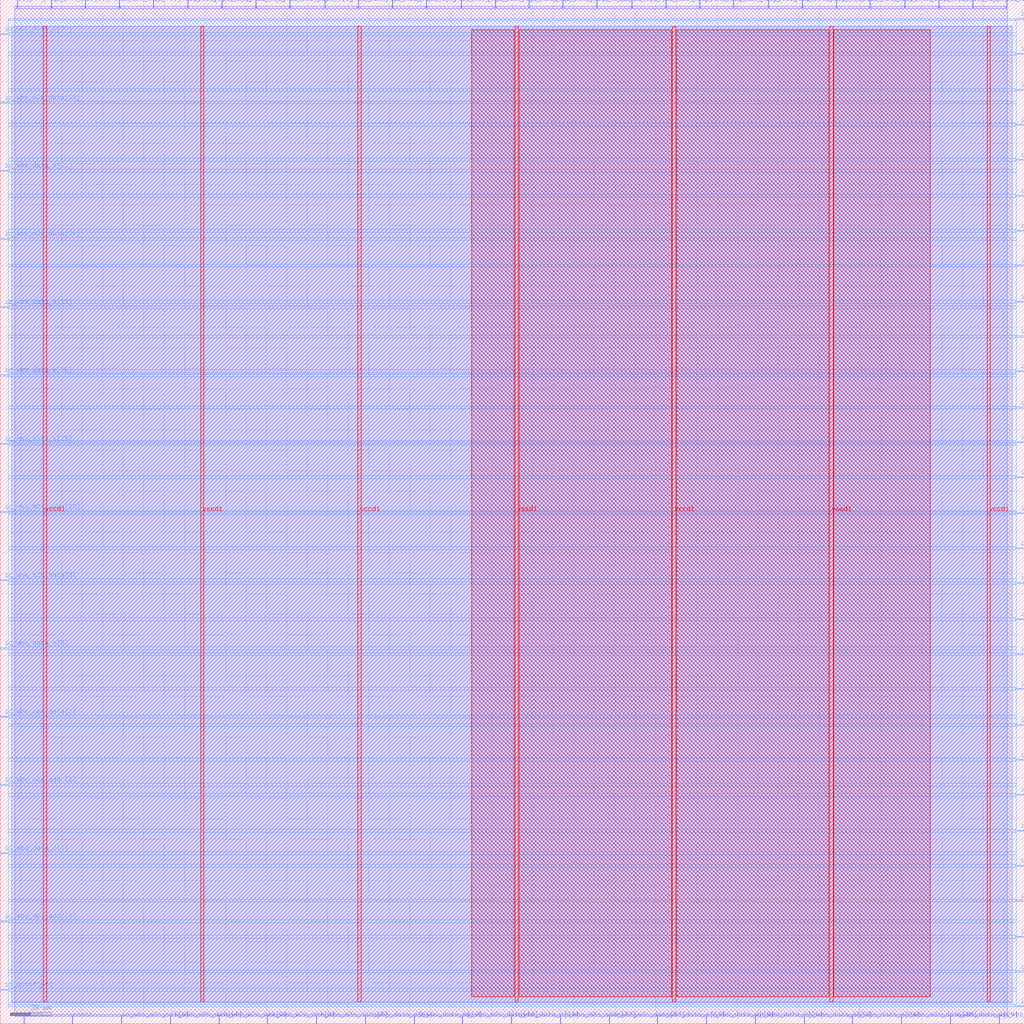
<source format=lef>
VERSION 5.7 ;
  NOWIREEXTENSIONATPIN ON ;
  DIVIDERCHAR "/" ;
  BUSBITCHARS "[]" ;
MACRO Motor_Top
  CLASS BLOCK ;
  FOREIGN Motor_Top ;
  ORIGIN 0.000 0.000 ;
  SIZE 500.000 BY 500.000 ;
  PIN clock
    DIRECTION INPUT ;
    USE SIGNAL ;
    PORT
      LAYER met2 ;
        RECT 11.590 0.000 11.870 4.000 ;
    END
  END clock
  PIN io_ba_match
    DIRECTION INPUT ;
    USE SIGNAL ;
    PORT
      LAYER met2 ;
        RECT 41.490 496.000 41.770 500.000 ;
    END
  END io_ba_match
  PIN io_motor_irq
    DIRECTION OUTPUT TRISTATE ;
    USE SIGNAL ;
    PORT
      LAYER met3 ;
        RECT 0.000 16.360 4.000 16.960 ;
    END
  END io_motor_irq
  PIN io_pwm_high
    DIRECTION OUTPUT TRISTATE ;
    USE SIGNAL ;
    PORT
      LAYER met2 ;
        RECT 8.370 496.000 8.650 500.000 ;
    END
  END io_pwm_high
  PIN io_pwm_low
    DIRECTION OUTPUT TRISTATE ;
    USE SIGNAL ;
    PORT
      LAYER met2 ;
        RECT 24.930 496.000 25.210 500.000 ;
    END
  END io_pwm_low
  PIN io_qei_ch_a
    DIRECTION INPUT ;
    USE SIGNAL ;
    PORT
      LAYER met3 ;
        RECT 496.000 8.200 500.000 8.800 ;
    END
  END io_qei_ch_a
  PIN io_qei_ch_b
    DIRECTION INPUT ;
    USE SIGNAL ;
    PORT
      LAYER met2 ;
        RECT 58.050 496.000 58.330 500.000 ;
    END
  END io_qei_ch_b
  PIN io_wbs_ack_o
    DIRECTION OUTPUT TRISTATE ;
    USE SIGNAL ;
    PORT
      LAYER met3 ;
        RECT 496.000 25.200 500.000 25.800 ;
    END
  END io_wbs_ack_o
  PIN io_wbs_data_o[0]
    DIRECTION OUTPUT TRISTATE ;
    USE SIGNAL ;
    PORT
      LAYER met3 ;
        RECT 496.000 76.880 500.000 77.480 ;
    END
  END io_wbs_data_o[0]
  PIN io_wbs_data_o[10]
    DIRECTION OUTPUT TRISTATE ;
    USE SIGNAL ;
    PORT
      LAYER met2 ;
        RECT 202.030 0.000 202.310 4.000 ;
    END
  END io_wbs_data_o[10]
  PIN io_wbs_data_o[11]
    DIRECTION OUTPUT TRISTATE ;
    USE SIGNAL ;
    PORT
      LAYER met2 ;
        RECT 249.410 0.000 249.690 4.000 ;
    END
  END io_wbs_data_o[11]
  PIN io_wbs_data_o[12]
    DIRECTION OUTPUT TRISTATE ;
    USE SIGNAL ;
    PORT
      LAYER met2 ;
        RECT 274.710 496.000 274.990 500.000 ;
    END
  END io_wbs_data_o[12]
  PIN io_wbs_data_o[13]
    DIRECTION OUTPUT TRISTATE ;
    USE SIGNAL ;
    PORT
      LAYER met2 ;
        RECT 320.710 0.000 320.990 4.000 ;
    END
  END io_wbs_data_o[13]
  PIN io_wbs_data_o[14]
    DIRECTION OUTPUT TRISTATE ;
    USE SIGNAL ;
    PORT
      LAYER met2 ;
        RECT 291.270 496.000 291.550 500.000 ;
    END
  END io_wbs_data_o[14]
  PIN io_wbs_data_o[15]
    DIRECTION OUTPUT TRISTATE ;
    USE SIGNAL ;
    PORT
      LAYER met3 ;
        RECT 0.000 282.920 4.000 283.520 ;
    END
  END io_wbs_data_o[15]
  PIN io_wbs_data_o[16]
    DIRECTION OUTPUT TRISTATE ;
    USE SIGNAL ;
    PORT
      LAYER met3 ;
        RECT 0.000 316.240 4.000 316.840 ;
    END
  END io_wbs_data_o[16]
  PIN io_wbs_data_o[17]
    DIRECTION OUTPUT TRISTATE ;
    USE SIGNAL ;
    PORT
      LAYER met3 ;
        RECT 496.000 335.280 500.000 335.880 ;
    END
  END io_wbs_data_o[17]
  PIN io_wbs_data_o[18]
    DIRECTION OUTPUT TRISTATE ;
    USE SIGNAL ;
    PORT
      LAYER met2 ;
        RECT 344.630 0.000 344.910 4.000 ;
    END
  END io_wbs_data_o[18]
  PIN io_wbs_data_o[19]
    DIRECTION OUTPUT TRISTATE ;
    USE SIGNAL ;
    PORT
      LAYER met3 ;
        RECT 0.000 349.560 4.000 350.160 ;
    END
  END io_wbs_data_o[19]
  PIN io_wbs_data_o[1]
    DIRECTION OUTPUT TRISTATE ;
    USE SIGNAL ;
    PORT
      LAYER met3 ;
        RECT 0.000 83.000 4.000 83.600 ;
    END
  END io_wbs_data_o[1]
  PIN io_wbs_data_o[20]
    DIRECTION OUTPUT TRISTATE ;
    USE SIGNAL ;
    PORT
      LAYER met2 ;
        RECT 368.550 0.000 368.830 4.000 ;
    END
  END io_wbs_data_o[20]
  PIN io_wbs_data_o[21]
    DIRECTION OUTPUT TRISTATE ;
    USE SIGNAL ;
    PORT
      LAYER met2 ;
        RECT 391.550 496.000 391.830 500.000 ;
    END
  END io_wbs_data_o[21]
  PIN io_wbs_data_o[22]
    DIRECTION OUTPUT TRISTATE ;
    USE SIGNAL ;
    PORT
      LAYER met3 ;
        RECT 0.000 416.200 4.000 416.800 ;
    END
  END io_wbs_data_o[22]
  PIN io_wbs_data_o[23]
    DIRECTION OUTPUT TRISTATE ;
    USE SIGNAL ;
    PORT
      LAYER met2 ;
        RECT 392.470 0.000 392.750 4.000 ;
    END
  END io_wbs_data_o[23]
  PIN io_wbs_data_o[24]
    DIRECTION OUTPUT TRISTATE ;
    USE SIGNAL ;
    PORT
      LAYER met2 ;
        RECT 415.930 0.000 416.210 4.000 ;
    END
  END io_wbs_data_o[24]
  PIN io_wbs_data_o[25]
    DIRECTION OUTPUT TRISTATE ;
    USE SIGNAL ;
    PORT
      LAYER met2 ;
        RECT 441.690 496.000 441.970 500.000 ;
    END
  END io_wbs_data_o[25]
  PIN io_wbs_data_o[26]
    DIRECTION OUTPUT TRISTATE ;
    USE SIGNAL ;
    PORT
      LAYER met3 ;
        RECT 496.000 421.640 500.000 422.240 ;
    END
  END io_wbs_data_o[26]
  PIN io_wbs_data_o[27]
    DIRECTION OUTPUT TRISTATE ;
    USE SIGNAL ;
    PORT
      LAYER met2 ;
        RECT 458.250 496.000 458.530 500.000 ;
    END
  END io_wbs_data_o[27]
  PIN io_wbs_data_o[28]
    DIRECTION OUTPUT TRISTATE ;
    USE SIGNAL ;
    PORT
      LAYER met2 ;
        RECT 474.810 496.000 475.090 500.000 ;
    END
  END io_wbs_data_o[28]
  PIN io_wbs_data_o[29]
    DIRECTION OUTPUT TRISTATE ;
    USE SIGNAL ;
    PORT
      LAYER met2 ;
        RECT 463.770 0.000 464.050 4.000 ;
    END
  END io_wbs_data_o[29]
  PIN io_wbs_data_o[2]
    DIRECTION OUTPUT TRISTATE ;
    USE SIGNAL ;
    PORT
      LAYER met2 ;
        RECT 91.630 496.000 91.910 500.000 ;
    END
  END io_wbs_data_o[2]
  PIN io_wbs_data_o[30]
    DIRECTION OUTPUT TRISTATE ;
    USE SIGNAL ;
    PORT
      LAYER met3 ;
        RECT 0.000 482.840 4.000 483.440 ;
    END
  END io_wbs_data_o[30]
  PIN io_wbs_data_o[31]
    DIRECTION OUTPUT TRISTATE ;
    USE SIGNAL ;
    PORT
      LAYER met3 ;
        RECT 496.000 473.320 500.000 473.920 ;
    END
  END io_wbs_data_o[31]
  PIN io_wbs_data_o[3]
    DIRECTION OUTPUT TRISTATE ;
    USE SIGNAL ;
    PORT
      LAYER met2 ;
        RECT 108.190 496.000 108.470 500.000 ;
    END
  END io_wbs_data_o[3]
  PIN io_wbs_data_o[4]
    DIRECTION OUTPUT TRISTATE ;
    USE SIGNAL ;
    PORT
      LAYER met2 ;
        RECT 141.310 496.000 141.590 500.000 ;
    END
  END io_wbs_data_o[4]
  PIN io_wbs_data_o[5]
    DIRECTION OUTPUT TRISTATE ;
    USE SIGNAL ;
    PORT
      LAYER met3 ;
        RECT 0.000 182.960 4.000 183.560 ;
    END
  END io_wbs_data_o[5]
  PIN io_wbs_data_o[6]
    DIRECTION OUTPUT TRISTATE ;
    USE SIGNAL ;
    PORT
      LAYER met3 ;
        RECT 496.000 163.240 500.000 163.840 ;
    END
  END io_wbs_data_o[6]
  PIN io_wbs_data_o[7]
    DIRECTION OUTPUT TRISTATE ;
    USE SIGNAL ;
    PORT
      LAYER met2 ;
        RECT 191.450 496.000 191.730 500.000 ;
    END
  END io_wbs_data_o[7]
  PIN io_wbs_data_o[8]
    DIRECTION OUTPUT TRISTATE ;
    USE SIGNAL ;
    PORT
      LAYER met2 ;
        RECT 178.110 0.000 178.390 4.000 ;
    END
  END io_wbs_data_o[8]
  PIN io_wbs_data_o[9]
    DIRECTION OUTPUT TRISTATE ;
    USE SIGNAL ;
    PORT
      LAYER met3 ;
        RECT 496.000 231.920 500.000 232.520 ;
    END
  END io_wbs_data_o[9]
  PIN io_wbs_m2s_addr[0]
    DIRECTION INPUT ;
    USE SIGNAL ;
    PORT
      LAYER met3 ;
        RECT 0.000 49.680 4.000 50.280 ;
    END
  END io_wbs_m2s_addr[0]
  PIN io_wbs_m2s_addr[10]
    DIRECTION INPUT ;
    USE SIGNAL ;
    PORT
      LAYER met3 ;
        RECT 0.000 249.600 4.000 250.200 ;
    END
  END io_wbs_m2s_addr[10]
  PIN io_wbs_m2s_addr[11]
    DIRECTION INPUT ;
    USE SIGNAL ;
    PORT
      LAYER met3 ;
        RECT 496.000 266.600 500.000 267.200 ;
    END
  END io_wbs_m2s_addr[11]
  PIN io_wbs_m2s_addr[12]
    DIRECTION INPUT ;
    USE SIGNAL ;
    PORT
      LAYER met2 ;
        RECT 273.330 0.000 273.610 4.000 ;
    END
  END io_wbs_m2s_addr[12]
  PIN io_wbs_m2s_addr[13]
    DIRECTION INPUT ;
    USE SIGNAL ;
    PORT
      LAYER met3 ;
        RECT 496.000 283.600 500.000 284.200 ;
    END
  END io_wbs_m2s_addr[13]
  PIN io_wbs_m2s_addr[14]
    DIRECTION INPUT ;
    USE SIGNAL ;
    PORT
      LAYER met2 ;
        RECT 308.290 496.000 308.570 500.000 ;
    END
  END io_wbs_m2s_addr[14]
  PIN io_wbs_m2s_addr[15]
    DIRECTION INPUT ;
    USE SIGNAL ;
    PORT
      LAYER met2 ;
        RECT 341.410 496.000 341.690 500.000 ;
    END
  END io_wbs_m2s_addr[15]
  PIN io_wbs_m2s_addr[1]
    DIRECTION INPUT ;
    USE SIGNAL ;
    PORT
      LAYER met3 ;
        RECT 496.000 93.880 500.000 94.480 ;
    END
  END io_wbs_m2s_addr[1]
  PIN io_wbs_m2s_addr[2]
    DIRECTION INPUT ;
    USE SIGNAL ;
    PORT
      LAYER met3 ;
        RECT 0.000 116.320 4.000 116.920 ;
    END
  END io_wbs_m2s_addr[2]
  PIN io_wbs_m2s_addr[3]
    DIRECTION INPUT ;
    USE SIGNAL ;
    PORT
      LAYER met2 ;
        RECT 124.750 496.000 125.030 500.000 ;
    END
  END io_wbs_m2s_addr[3]
  PIN io_wbs_m2s_addr[4]
    DIRECTION INPUT ;
    USE SIGNAL ;
    PORT
      LAYER met2 ;
        RECT 158.330 496.000 158.610 500.000 ;
    END
  END io_wbs_m2s_addr[4]
  PIN io_wbs_m2s_addr[5]
    DIRECTION INPUT ;
    USE SIGNAL ;
    PORT
      LAYER met3 ;
        RECT 496.000 145.560 500.000 146.160 ;
    END
  END io_wbs_m2s_addr[5]
  PIN io_wbs_m2s_addr[6]
    DIRECTION INPUT ;
    USE SIGNAL ;
    PORT
      LAYER met3 ;
        RECT 496.000 180.240 500.000 180.840 ;
    END
  END io_wbs_m2s_addr[6]
  PIN io_wbs_m2s_addr[7]
    DIRECTION INPUT ;
    USE SIGNAL ;
    PORT
      LAYER met2 ;
        RECT 208.010 496.000 208.290 500.000 ;
    END
  END io_wbs_m2s_addr[7]
  PIN io_wbs_m2s_addr[8]
    DIRECTION INPUT ;
    USE SIGNAL ;
    PORT
      LAYER met2 ;
        RECT 225.030 496.000 225.310 500.000 ;
    END
  END io_wbs_m2s_addr[8]
  PIN io_wbs_m2s_addr[9]
    DIRECTION INPUT ;
    USE SIGNAL ;
    PORT
      LAYER met3 ;
        RECT 496.000 248.920 500.000 249.520 ;
    END
  END io_wbs_m2s_addr[9]
  PIN io_wbs_m2s_data[0]
    DIRECTION INPUT ;
    USE SIGNAL ;
    PORT
      LAYER met2 ;
        RECT 74.610 496.000 74.890 500.000 ;
    END
  END io_wbs_m2s_data[0]
  PIN io_wbs_m2s_data[10]
    DIRECTION INPUT ;
    USE SIGNAL ;
    PORT
      LAYER met2 ;
        RECT 225.490 0.000 225.770 4.000 ;
    END
  END io_wbs_m2s_data[10]
  PIN io_wbs_m2s_data[11]
    DIRECTION INPUT ;
    USE SIGNAL ;
    PORT
      LAYER met2 ;
        RECT 258.150 496.000 258.430 500.000 ;
    END
  END io_wbs_m2s_data[11]
  PIN io_wbs_m2s_data[12]
    DIRECTION INPUT ;
    USE SIGNAL ;
    PORT
      LAYER met2 ;
        RECT 297.250 0.000 297.530 4.000 ;
    END
  END io_wbs_m2s_data[12]
  PIN io_wbs_m2s_data[13]
    DIRECTION INPUT ;
    USE SIGNAL ;
    PORT
      LAYER met3 ;
        RECT 496.000 300.600 500.000 301.200 ;
    END
  END io_wbs_m2s_data[13]
  PIN io_wbs_m2s_data[14]
    DIRECTION INPUT ;
    USE SIGNAL ;
    PORT
      LAYER met2 ;
        RECT 324.850 496.000 325.130 500.000 ;
    END
  END io_wbs_m2s_data[14]
  PIN io_wbs_m2s_data[15]
    DIRECTION INPUT ;
    USE SIGNAL ;
    PORT
      LAYER met3 ;
        RECT 496.000 318.280 500.000 318.880 ;
    END
  END io_wbs_m2s_data[15]
  PIN io_wbs_m2s_data[16]
    DIRECTION INPUT ;
    USE SIGNAL ;
    PORT
      LAYER met2 ;
        RECT 357.970 496.000 358.250 500.000 ;
    END
  END io_wbs_m2s_data[16]
  PIN io_wbs_m2s_data[17]
    DIRECTION INPUT ;
    USE SIGNAL ;
    PORT
      LAYER met2 ;
        RECT 374.990 496.000 375.270 500.000 ;
    END
  END io_wbs_m2s_data[17]
  PIN io_wbs_m2s_data[18]
    DIRECTION INPUT ;
    USE SIGNAL ;
    PORT
      LAYER met3 ;
        RECT 496.000 352.280 500.000 352.880 ;
    END
  END io_wbs_m2s_data[18]
  PIN io_wbs_m2s_data[19]
    DIRECTION INPUT ;
    USE SIGNAL ;
    PORT
      LAYER met3 ;
        RECT 496.000 369.960 500.000 370.560 ;
    END
  END io_wbs_m2s_data[19]
  PIN io_wbs_m2s_data[1]
    DIRECTION INPUT ;
    USE SIGNAL ;
    PORT
      LAYER met2 ;
        RECT 82.890 0.000 83.170 4.000 ;
    END
  END io_wbs_m2s_data[1]
  PIN io_wbs_m2s_data[20]
    DIRECTION INPUT ;
    USE SIGNAL ;
    PORT
      LAYER met3 ;
        RECT 0.000 382.880 4.000 383.480 ;
    END
  END io_wbs_m2s_data[20]
  PIN io_wbs_m2s_data[21]
    DIRECTION INPUT ;
    USE SIGNAL ;
    PORT
      LAYER met3 ;
        RECT 496.000 386.960 500.000 387.560 ;
    END
  END io_wbs_m2s_data[21]
  PIN io_wbs_m2s_data[22]
    DIRECTION INPUT ;
    USE SIGNAL ;
    PORT
      LAYER met2 ;
        RECT 408.110 496.000 408.390 500.000 ;
    END
  END io_wbs_m2s_data[22]
  PIN io_wbs_m2s_data[23]
    DIRECTION INPUT ;
    USE SIGNAL ;
    PORT
      LAYER met2 ;
        RECT 424.670 496.000 424.950 500.000 ;
    END
  END io_wbs_m2s_data[23]
  PIN io_wbs_m2s_data[24]
    DIRECTION INPUT ;
    USE SIGNAL ;
    PORT
      LAYER met3 ;
        RECT 0.000 449.520 4.000 450.120 ;
    END
  END io_wbs_m2s_data[24]
  PIN io_wbs_m2s_data[25]
    DIRECTION INPUT ;
    USE SIGNAL ;
    PORT
      LAYER met3 ;
        RECT 496.000 403.960 500.000 404.560 ;
    END
  END io_wbs_m2s_data[25]
  PIN io_wbs_m2s_data[26]
    DIRECTION INPUT ;
    USE SIGNAL ;
    PORT
      LAYER met2 ;
        RECT 439.850 0.000 440.130 4.000 ;
    END
  END io_wbs_m2s_data[26]
  PIN io_wbs_m2s_data[27]
    DIRECTION INPUT ;
    USE SIGNAL ;
    PORT
      LAYER met3 ;
        RECT 496.000 438.640 500.000 439.240 ;
    END
  END io_wbs_m2s_data[27]
  PIN io_wbs_m2s_data[28]
    DIRECTION INPUT ;
    USE SIGNAL ;
    PORT
      LAYER met3 ;
        RECT 496.000 455.640 500.000 456.240 ;
    END
  END io_wbs_m2s_data[28]
  PIN io_wbs_m2s_data[29]
    DIRECTION INPUT ;
    USE SIGNAL ;
    PORT
      LAYER met2 ;
        RECT 487.690 0.000 487.970 4.000 ;
    END
  END io_wbs_m2s_data[29]
  PIN io_wbs_m2s_data[2]
    DIRECTION INPUT ;
    USE SIGNAL ;
    PORT
      LAYER met3 ;
        RECT 496.000 128.560 500.000 129.160 ;
    END
  END io_wbs_m2s_data[2]
  PIN io_wbs_m2s_data[30]
    DIRECTION INPUT ;
    USE SIGNAL ;
    PORT
      LAYER met2 ;
        RECT 491.370 496.000 491.650 500.000 ;
    END
  END io_wbs_m2s_data[30]
  PIN io_wbs_m2s_data[31]
    DIRECTION INPUT ;
    USE SIGNAL ;
    PORT
      LAYER met3 ;
        RECT 496.000 490.320 500.000 490.920 ;
    END
  END io_wbs_m2s_data[31]
  PIN io_wbs_m2s_data[3]
    DIRECTION INPUT ;
    USE SIGNAL ;
    PORT
      LAYER met3 ;
        RECT 0.000 149.640 4.000 150.240 ;
    END
  END io_wbs_m2s_data[3]
  PIN io_wbs_m2s_data[4]
    DIRECTION INPUT ;
    USE SIGNAL ;
    PORT
      LAYER met2 ;
        RECT 174.890 496.000 175.170 500.000 ;
    END
  END io_wbs_m2s_data[4]
  PIN io_wbs_m2s_data[5]
    DIRECTION INPUT ;
    USE SIGNAL ;
    PORT
      LAYER met2 ;
        RECT 154.190 0.000 154.470 4.000 ;
    END
  END io_wbs_m2s_data[5]
  PIN io_wbs_m2s_data[6]
    DIRECTION INPUT ;
    USE SIGNAL ;
    PORT
      LAYER met3 ;
        RECT 0.000 216.280 4.000 216.880 ;
    END
  END io_wbs_m2s_data[6]
  PIN io_wbs_m2s_data[7]
    DIRECTION INPUT ;
    USE SIGNAL ;
    PORT
      LAYER met3 ;
        RECT 496.000 197.240 500.000 197.840 ;
    END
  END io_wbs_m2s_data[7]
  PIN io_wbs_m2s_data[8]
    DIRECTION INPUT ;
    USE SIGNAL ;
    PORT
      LAYER met3 ;
        RECT 496.000 214.920 500.000 215.520 ;
    END
  END io_wbs_m2s_data[8]
  PIN io_wbs_m2s_data[9]
    DIRECTION INPUT ;
    USE SIGNAL ;
    PORT
      LAYER met2 ;
        RECT 241.590 496.000 241.870 500.000 ;
    END
  END io_wbs_m2s_data[9]
  PIN io_wbs_m2s_sel[0]
    DIRECTION INPUT ;
    USE SIGNAL ;
    PORT
      LAYER met2 ;
        RECT 58.970 0.000 59.250 4.000 ;
    END
  END io_wbs_m2s_sel[0]
  PIN io_wbs_m2s_sel[1]
    DIRECTION INPUT ;
    USE SIGNAL ;
    PORT
      LAYER met3 ;
        RECT 496.000 111.560 500.000 112.160 ;
    END
  END io_wbs_m2s_sel[1]
  PIN io_wbs_m2s_sel[2]
    DIRECTION INPUT ;
    USE SIGNAL ;
    PORT
      LAYER met2 ;
        RECT 106.810 0.000 107.090 4.000 ;
    END
  END io_wbs_m2s_sel[2]
  PIN io_wbs_m2s_sel[3]
    DIRECTION INPUT ;
    USE SIGNAL ;
    PORT
      LAYER met2 ;
        RECT 130.270 0.000 130.550 4.000 ;
    END
  END io_wbs_m2s_sel[3]
  PIN io_wbs_m2s_stb
    DIRECTION INPUT ;
    USE SIGNAL ;
    PORT
      LAYER met3 ;
        RECT 496.000 42.200 500.000 42.800 ;
    END
  END io_wbs_m2s_stb
  PIN io_wbs_m2s_we
    DIRECTION INPUT ;
    USE SIGNAL ;
    PORT
      LAYER met3 ;
        RECT 496.000 59.880 500.000 60.480 ;
    END
  END io_wbs_m2s_we
  PIN reset
    DIRECTION INPUT ;
    USE SIGNAL ;
    PORT
      LAYER met2 ;
        RECT 35.050 0.000 35.330 4.000 ;
    END
  END reset
  PIN vccd1
    DIRECTION INPUT ;
    USE POWER ;
    PORT
      LAYER met4 ;
        RECT 21.040 10.640 22.640 487.120 ;
    END
    PORT
      LAYER met4 ;
        RECT 174.640 10.640 176.240 487.120 ;
    END
    PORT
      LAYER met4 ;
        RECT 328.240 10.640 329.840 487.120 ;
    END
    PORT
      LAYER met4 ;
        RECT 481.840 10.640 483.440 487.120 ;
    END
  END vccd1
  PIN vssd1
    DIRECTION INPUT ;
    USE GROUND ;
    PORT
      LAYER met4 ;
        RECT 97.840 10.640 99.440 487.120 ;
    END
    PORT
      LAYER met4 ;
        RECT 251.440 10.640 253.040 487.120 ;
    END
    PORT
      LAYER met4 ;
        RECT 405.040 10.640 406.640 487.120 ;
    END
  END vssd1
  OBS
      LAYER li1 ;
        RECT 5.520 10.795 494.040 486.965 ;
      LAYER met1 ;
        RECT 5.520 10.240 494.040 487.120 ;
      LAYER met2 ;
        RECT 6.990 495.720 8.090 496.810 ;
        RECT 8.930 495.720 24.650 496.810 ;
        RECT 25.490 495.720 41.210 496.810 ;
        RECT 42.050 495.720 57.770 496.810 ;
        RECT 58.610 495.720 74.330 496.810 ;
        RECT 75.170 495.720 91.350 496.810 ;
        RECT 92.190 495.720 107.910 496.810 ;
        RECT 108.750 495.720 124.470 496.810 ;
        RECT 125.310 495.720 141.030 496.810 ;
        RECT 141.870 495.720 158.050 496.810 ;
        RECT 158.890 495.720 174.610 496.810 ;
        RECT 175.450 495.720 191.170 496.810 ;
        RECT 192.010 495.720 207.730 496.810 ;
        RECT 208.570 495.720 224.750 496.810 ;
        RECT 225.590 495.720 241.310 496.810 ;
        RECT 242.150 495.720 257.870 496.810 ;
        RECT 258.710 495.720 274.430 496.810 ;
        RECT 275.270 495.720 290.990 496.810 ;
        RECT 291.830 495.720 308.010 496.810 ;
        RECT 308.850 495.720 324.570 496.810 ;
        RECT 325.410 495.720 341.130 496.810 ;
        RECT 341.970 495.720 357.690 496.810 ;
        RECT 358.530 495.720 374.710 496.810 ;
        RECT 375.550 495.720 391.270 496.810 ;
        RECT 392.110 495.720 407.830 496.810 ;
        RECT 408.670 495.720 424.390 496.810 ;
        RECT 425.230 495.720 441.410 496.810 ;
        RECT 442.250 495.720 457.970 496.810 ;
        RECT 458.810 495.720 474.530 496.810 ;
        RECT 475.370 495.720 491.090 496.810 ;
        RECT 6.990 4.280 491.650 495.720 ;
        RECT 6.990 3.670 11.310 4.280 ;
        RECT 12.150 3.670 34.770 4.280 ;
        RECT 35.610 3.670 58.690 4.280 ;
        RECT 59.530 3.670 82.610 4.280 ;
        RECT 83.450 3.670 106.530 4.280 ;
        RECT 107.370 3.670 129.990 4.280 ;
        RECT 130.830 3.670 153.910 4.280 ;
        RECT 154.750 3.670 177.830 4.280 ;
        RECT 178.670 3.670 201.750 4.280 ;
        RECT 202.590 3.670 225.210 4.280 ;
        RECT 226.050 3.670 249.130 4.280 ;
        RECT 249.970 3.670 273.050 4.280 ;
        RECT 273.890 3.670 296.970 4.280 ;
        RECT 297.810 3.670 320.430 4.280 ;
        RECT 321.270 3.670 344.350 4.280 ;
        RECT 345.190 3.670 368.270 4.280 ;
        RECT 369.110 3.670 392.190 4.280 ;
        RECT 393.030 3.670 415.650 4.280 ;
        RECT 416.490 3.670 439.570 4.280 ;
        RECT 440.410 3.670 463.490 4.280 ;
        RECT 464.330 3.670 487.410 4.280 ;
        RECT 488.250 3.670 491.650 4.280 ;
      LAYER met3 ;
        RECT 4.000 489.920 495.600 490.785 ;
        RECT 4.000 483.840 496.000 489.920 ;
        RECT 4.400 482.440 496.000 483.840 ;
        RECT 4.000 474.320 496.000 482.440 ;
        RECT 4.000 472.920 495.600 474.320 ;
        RECT 4.000 456.640 496.000 472.920 ;
        RECT 4.000 455.240 495.600 456.640 ;
        RECT 4.000 450.520 496.000 455.240 ;
        RECT 4.400 449.120 496.000 450.520 ;
        RECT 4.000 439.640 496.000 449.120 ;
        RECT 4.000 438.240 495.600 439.640 ;
        RECT 4.000 422.640 496.000 438.240 ;
        RECT 4.000 421.240 495.600 422.640 ;
        RECT 4.000 417.200 496.000 421.240 ;
        RECT 4.400 415.800 496.000 417.200 ;
        RECT 4.000 404.960 496.000 415.800 ;
        RECT 4.000 403.560 495.600 404.960 ;
        RECT 4.000 387.960 496.000 403.560 ;
        RECT 4.000 386.560 495.600 387.960 ;
        RECT 4.000 383.880 496.000 386.560 ;
        RECT 4.400 382.480 496.000 383.880 ;
        RECT 4.000 370.960 496.000 382.480 ;
        RECT 4.000 369.560 495.600 370.960 ;
        RECT 4.000 353.280 496.000 369.560 ;
        RECT 4.000 351.880 495.600 353.280 ;
        RECT 4.000 350.560 496.000 351.880 ;
        RECT 4.400 349.160 496.000 350.560 ;
        RECT 4.000 336.280 496.000 349.160 ;
        RECT 4.000 334.880 495.600 336.280 ;
        RECT 4.000 319.280 496.000 334.880 ;
        RECT 4.000 317.880 495.600 319.280 ;
        RECT 4.000 317.240 496.000 317.880 ;
        RECT 4.400 315.840 496.000 317.240 ;
        RECT 4.000 301.600 496.000 315.840 ;
        RECT 4.000 300.200 495.600 301.600 ;
        RECT 4.000 284.600 496.000 300.200 ;
        RECT 4.000 283.920 495.600 284.600 ;
        RECT 4.400 283.200 495.600 283.920 ;
        RECT 4.400 282.520 496.000 283.200 ;
        RECT 4.000 267.600 496.000 282.520 ;
        RECT 4.000 266.200 495.600 267.600 ;
        RECT 4.000 250.600 496.000 266.200 ;
        RECT 4.400 249.920 496.000 250.600 ;
        RECT 4.400 249.200 495.600 249.920 ;
        RECT 4.000 248.520 495.600 249.200 ;
        RECT 4.000 232.920 496.000 248.520 ;
        RECT 4.000 231.520 495.600 232.920 ;
        RECT 4.000 217.280 496.000 231.520 ;
        RECT 4.400 215.920 496.000 217.280 ;
        RECT 4.400 215.880 495.600 215.920 ;
        RECT 4.000 214.520 495.600 215.880 ;
        RECT 4.000 198.240 496.000 214.520 ;
        RECT 4.000 196.840 495.600 198.240 ;
        RECT 4.000 183.960 496.000 196.840 ;
        RECT 4.400 182.560 496.000 183.960 ;
        RECT 4.000 181.240 496.000 182.560 ;
        RECT 4.000 179.840 495.600 181.240 ;
        RECT 4.000 164.240 496.000 179.840 ;
        RECT 4.000 162.840 495.600 164.240 ;
        RECT 4.000 150.640 496.000 162.840 ;
        RECT 4.400 149.240 496.000 150.640 ;
        RECT 4.000 146.560 496.000 149.240 ;
        RECT 4.000 145.160 495.600 146.560 ;
        RECT 4.000 129.560 496.000 145.160 ;
        RECT 4.000 128.160 495.600 129.560 ;
        RECT 4.000 117.320 496.000 128.160 ;
        RECT 4.400 115.920 496.000 117.320 ;
        RECT 4.000 112.560 496.000 115.920 ;
        RECT 4.000 111.160 495.600 112.560 ;
        RECT 4.000 94.880 496.000 111.160 ;
        RECT 4.000 93.480 495.600 94.880 ;
        RECT 4.000 84.000 496.000 93.480 ;
        RECT 4.400 82.600 496.000 84.000 ;
        RECT 4.000 77.880 496.000 82.600 ;
        RECT 4.000 76.480 495.600 77.880 ;
        RECT 4.000 60.880 496.000 76.480 ;
        RECT 4.000 59.480 495.600 60.880 ;
        RECT 4.000 50.680 496.000 59.480 ;
        RECT 4.400 49.280 496.000 50.680 ;
        RECT 4.000 43.200 496.000 49.280 ;
        RECT 4.000 41.800 495.600 43.200 ;
        RECT 4.000 26.200 496.000 41.800 ;
        RECT 4.000 24.800 495.600 26.200 ;
        RECT 4.000 17.360 496.000 24.800 ;
        RECT 4.400 15.960 496.000 17.360 ;
        RECT 4.000 9.200 496.000 15.960 ;
        RECT 4.000 8.335 495.600 9.200 ;
      LAYER met4 ;
        RECT 230.295 13.095 251.040 485.345 ;
        RECT 253.440 13.095 327.840 485.345 ;
        RECT 330.240 13.095 404.640 485.345 ;
        RECT 407.040 13.095 454.185 485.345 ;
  END
END Motor_Top
END LIBRARY


</source>
